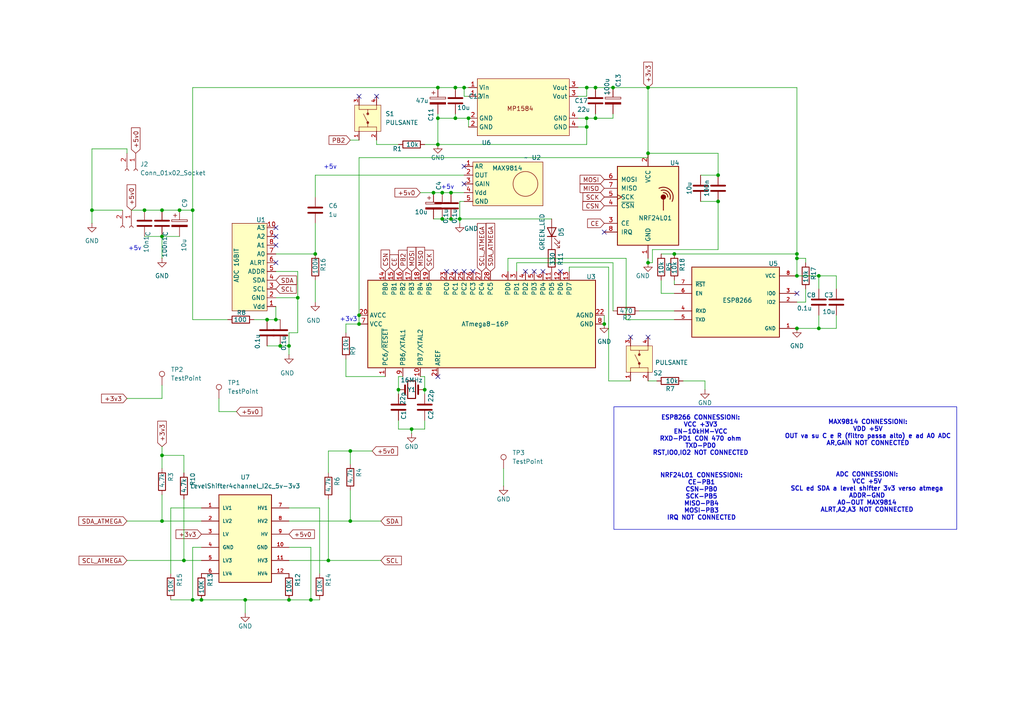
<source format=kicad_sch>
(kicad_sch (version 20250114) (generator "eeschema") (generator_version "9.0")
  (paper "A4")
  (title_block (title "Telecomando robot") (date "2025-04-10") (rev "1.0.0") (company "Personale"))
  (lib_symbols
    (symbol "Analog_ADC:ADC-16bit"
      (property "Reference" "U" (at -8.128 7.62 0))
      (symbol "ADC-16bit_1_1"
        (pin bidirectional line (at -7.62 -6.35 90) (length 2.54) (name "Vdd") (number "1"))
        (pin bidirectional line (at -5.08 -6.35 90) (length 2.54) (name "GND") (number "2"))
        (pin bidirectional line (at -2.54 -6.35 90) (length 2.54) (name "SCL") (number "3"))
        (pin bidirectional line (at 0 -6.35 90) (length 2.54) (name "SDA") (number "4"))
        (pin bidirectional line (at 2.54 -6.35 90) (length 2.54) (name "ADDR") (number "5"))
        (pin bidirectional line (at 5.08 -6.35 90) (length 2.54) (name "ALRT") (number "6"))
        (pin bidirectional line (at 7.62 -6.35 90) (length 2.54) (name "A0") (number "7"))
        (pin bidirectional line (at 10.16 -6.35 90) (length 2.54) (name "A1") (number "8"))
        (pin bidirectional line (at 12.7 -6.35 90) (length 2.54) (name "A2") (number "9"))
        (pin bidirectional line (at 15.24 -6.35 90) (length 2.54) (name "A3") (number "10"))
      )
    )
    (symbol "Connector:Conn_01x02_Socket" (pin_names (offset 1.016) (hide yes))
      (property "Reference" "J" (at 0 2.54 0))
      (property "Value" "Conn_01x02_Socket" (at 0 -5.08 0))
      (symbol "Conn_01x02_Socket_1_1"
        (pin passive line (at -5.08 0 0) (length 3.81) (name "Pin_1") (number "1"))
        (pin passive line (at -5.08 -2.54 0) (length 3.81) (name "Pin_2") (number "2"))
      )
    )
    (symbol "Connector:TestPoint" (pin_numbers (hide yes)) (pin_names (offset 0.762) (hide yes))
      (property "Reference" "TP" (at 0 6.858 0))
      (property "Value" "TestPoint" (at 0 5.08 0))
      (symbol "TestPoint_1_1"
        (pin passive line (at 0 0 90) (length 2.54) (name "1") (number "1"))
      )
    )
    (symbol "Device:C" (pin_numbers (hide yes)) (pin_names (offset 0.254))
      (property "Reference" "C" (at 0.635 2.54 0))
      (property "Value" "C" (at 0.635 -2.54 0))
      (symbol "C_1_1"
        (pin passive line (at 0 3.81 270) (length 2.794) (name "~") (number "1"))
        (pin passive line (at 0 -3.81 90) (length 2.794) (name "~") (number "2"))
      )
    )
    (symbol "Device:C_Polarized" (pin_numbers (hide yes)) (pin_names (offset 0.254))
      (property "Reference" "C" (at 0.635 2.54 0))
      (property "Value" "C_Polarized" (at 0.635 -2.54 0))
      (symbol "C_Polarized_1_1"
        (pin passive line (at 0 3.81 270) (length 2.794) (name "~") (number "1"))
        (pin passive line (at 0 -3.81 90) (length 2.794) (name "~") (number "2"))
      )
    )
    (symbol "Device:Crystal" (pin_numbers (hide yes)) (pin_names (offset 1.016) (hide yes))
      (property "Reference" "Y" (at 0 3.81 0))
      (property "Value" "Crystal" (at 0 -3.81 0))
      (symbol "Crystal_1_1"
        (pin passive line (at -3.81 0 0) (length 1.27) (name "1") (number "1"))
        (pin passive line (at 3.81 0 180) (length 1.27) (name "2") (number "2"))
      )
    )
    (symbol "Device:LED" (pin_numbers (hide yes)) (pin_names (offset 1.016) (hide yes))
      (property "Reference" "D" (at 0 2.54 0))
      (property "Value" "LED" (at 0 -2.54 0))
      (symbol "LED_1_1"
        (pin passive line (at -3.81 0 0) (length 2.54) (name "K") (number "1"))
        (pin passive line (at 3.81 0 180) (length 2.54) (name "A") (number "2"))
      )
    )
    (symbol "Device:R" (pin_numbers (hide yes)) (pin_names (offset 0))
      (property "Reference" "R" (at 2.032 0 90))
      (property "Value" "R" (at 0 0 90))
      (symbol "R_1_1"
        (pin passive line (at 0 3.81 270) (length 1.27) (name "~") (number "1"))
        (pin passive line (at 0 -3.81 90) (length 1.27) (name "~") (number "2"))
      )
    )
    (symbol "Libreria_Personale:LevelShifter4channel_I2c_5v-3v3" (pin_names (offset 1.016))
      (property "Reference" "U" (at -7.62 13.462 0))
      (property "Value" "LevelShifter4channel_I2c_5v-3v3" (at -7.62 -15.24 0))
      (symbol "LevelShifter4channel_I2c_5v-3v3_1_0"
        (pin passive line (at -12.7 8.89 0) (length 5.08) (name "LV1") (number "1"))
        (pin passive line (at -12.7 5.08 0) (length 5.08) (name "LV2") (number "2"))
        (pin passive line (at -12.7 1.27 0) (length 5.08) (name "LV") (number "3"))
        (pin passive line (at -12.7 -2.54 0) (length 5.08) (name "GND") (number "4"))
        (pin passive line (at -12.7 -6.35 0) (length 5.08) (name "LV3") (number "5"))
        (pin passive line (at -12.7 -10.16 0) (length 5.08) (name "LV4") (number "6"))
        (pin power_in line (at 12.7 8.89 180) (length 5.08) (name "HV1") (number "7"))
        (pin power_in line (at 12.7 5.08 180) (length 5.08) (name "HV2") (number "8"))
        (pin passive line (at 12.7 1.27 180) (length 5.08) (name "HV") (number "9"))
        (pin power_in line (at 12.7 -2.54 180) (length 5.08) (name "GND") (number "10"))
        (pin passive line (at 12.7 -6.35 180) (length 5.08) (name "HV3") (number "11"))
        (pin power_in line (at 12.7 -10.16 180) (length 5.08) (name "HV4") (number "12"))
      )
    )
    (symbol "MCU_Microchip_ATmega:ATmega8-16P"
      (property "Reference" "U" (at -12.7 34.29 0))
      (property "Value" "ATmega8-16P" (at 5.08 -34.29 0))
      (symbol "ATmega8-16P_1_1"
        (pin bidirectional line (at -15.24 27.94 0) (length 2.54) (name "PC6/~{RESET}") (number "1"))
        (pin bidirectional line (at -15.24 22.86 0) (length 2.54) (name "PB6/XTAL1") (number "9"))
        (pin bidirectional line (at -15.24 17.78 0) (length 2.54) (name "PB7/XTAL2") (number "10"))
        (pin passive line (at -15.24 12.7 0) (length 2.54) (name "AREF") (number "21"))
        (pin power_in line (at 0 35.56 270) (length 2.54) (name "VCC") (number "7"))
        (pin power_in line (at 0 -35.56 90) (length 2.54) (name "GND") (number "8"))
        (pin power_in line (at 2.54 35.56 270) (length 2.54) (name "AVCC") (number "20"))
        (pin power_in line (at 2.54 -35.56 90) (length 2.54) (name "AGND") (number "22"))
        (pin bidirectional line (at 15.24 27.94 180) (length 2.54) (name "PB0") (number "14"))
        (pin bidirectional line (at 15.24 25.4 180) (length 2.54) (name "PB1") (number "15"))
        (pin bidirectional line (at 15.24 22.86 180) (length 2.54) (name "PB2") (number "16"))
        (pin bidirectional line (at 15.24 20.32 180) (length 2.54) (name "PB3") (number "17"))
        (pin bidirectional line (at 15.24 17.78 180) (length 2.54) (name "PB4") (number "18"))
        (pin bidirectional line (at 15.24 15.24 180) (length 2.54) (name "PB5") (number "19"))
        (pin bidirectional line (at 15.24 10.16 180) (length 2.54) (name "PC0") (number "23"))
        (pin bidirectional line (at 15.24 7.62 180) (length 2.54) (name "PC1") (number "24"))
        (pin bidirectional line (at 15.24 5.08 180) (length 2.54) (name "PC2") (number "25"))
        (pin bidirectional line (at 15.24 2.54 180) (length 2.54) (name "PC3") (number "26"))
        (pin bidirectional line (at 15.24 0 180) (length 2.54) (name "PC4") (number "27"))
        (pin bidirectional line (at 15.24 -2.54 180) (length 2.54) (name "PC5") (number "28"))
        (pin bidirectional line (at 15.24 -7.62 180) (length 2.54) (name "PD0") (number "2"))
        (pin bidirectional line (at 15.24 -10.16 180) (length 2.54) (name "PD1") (number "3"))
        (pin bidirectional line (at 15.24 -12.7 180) (length 2.54) (name "PD2") (number "4"))
        (pin bidirectional line (at 15.24 -15.24 180) (length 2.54) (name "PD3") (number "5"))
        (pin bidirectional line (at 15.24 -17.78 180) (length 2.54) (name "PD4") (number "6"))
        (pin bidirectional line (at 15.24 -20.32 180) (length 2.54) (name "PD5") (number "11"))
        (pin bidirectional line (at 15.24 -22.86 180) (length 2.54) (name "PD6") (number "12"))
        (pin bidirectional line (at 15.24 -25.4 180) (length 2.54) (name "PD7") (number "13"))
      )
    )
    (symbol "MP1584_2"
      (property "Reference" "U1" (at -16.256 7.874 0))
      (symbol "MP1584_2_1_1"
        (text "MP1584" (at -1.524 -1.524 0) (effects (font (size 1.27 1.27))))
        (pin power_in line (at -16.51 3.81 0) (length 2.54) (name "GND") (number "2"))
        (pin power_in line (at -16.51 1.27 0) (length 2.54) (name "GND") (number "2"))
        (pin power_in line (at -16.51 -5.08 0) (length 2.54) (name "Vin") (number "1"))
        (pin power_in line (at -16.51 -7.62 0) (length 2.54) (name "Vin") (number "1"))
        (pin power_in line (at 15.24 3.81 180) (length 2.54) (name "GND") (number "4"))
        (pin power_in line (at 15.24 1.27 180) (length 2.54) (name "GND") (number "4"))
        (pin power_out line (at 15.24 -5.08 180) (length 2.54) (name "Vout") (number "3"))
        (pin power_out line (at 15.24 -7.62 180) (length 2.54) (name "Vout") (number "3"))
      )
    )
    (symbol "Personale:FSM8JH" (pin_names (offset 1.016))
      (property "Reference" "S" (at -4.3222 4.068 0))
      (property "Value" "FSM8JH" (at -4.0644 -5.3346 0))
      (symbol "FSM8JH_0_0"
        (pin passive line (at -6.35 2.54 0) (length 2.54) (name "~") (number "1"))
        (pin passive line (at -6.35 -2.54 0) (length 2.54) (name "~") (number "2"))
        (pin passive line (at 6.35 2.54 180) (length 2.54) (name "~") (number "3"))
        (pin passive line (at 6.35 -2.54 180) (length 2.54) (name "~") (number "4"))
      )
    )
    (symbol "RF:NRF24L01_Breakout" (pin_names (offset 1.016))
      (property "Reference" "U" (at -8.89 12.7 0))
      (property "Value" "NRF24L01_Breakout" (at 3.81 12.7 0))
      (symbol "NRF24L01_Breakout_1_1"
        (pin input line (at -12.7 7.62 0) (length 3.81) (name "MOSI") (number "6"))
        (pin output line (at -12.7 5.08 0) (length 3.81) (name "MISO") (number "7"))
        (pin input clock (at -12.7 2.54 0) (length 3.81) (name "SCK") (number "5"))
        (pin input line (at -12.7 0 0) (length 3.81) (name "~{CSN}") (number "4"))
        (pin input line (at -12.7 -5.08 0) (length 3.81) (name "CE") (number "3"))
        (pin output line (at -12.7 -7.62 0) (length 3.81) (name "IRQ") (number "8"))
        (pin power_in line (at 0 15.24 270) (length 3.81) (name "VCC") (number "2"))
        (pin power_in line (at 0 -15.24 90) (length 3.81) (name "GND") (number "1"))
      )
    )
    (symbol "RF_Module:ESP8266" (pin_names (offset 1.016))
      (property "Reference" "U" (at -12.7094 10.6778 0))
      (property "Value" "ESP8266" (at -12.7131 -12.7131 0))
      (symbol "ESP8266_0_0"
        (pin input line (at -17.78 5.08 0) (length 5.08) (name "~{RST}") (number "7"))
        (pin input line (at -17.78 2.54 0) (length 5.08) (name "EN") (number "6"))
        (pin input line (at -17.78 -2.54 0) (length 5.08) (name "RXD") (number "4"))
        (pin output line (at -17.78 -5.08 0) (length 5.08) (name "TXD") (number "5"))
        (pin power_in line (at 17.78 7.62 180) (length 5.08) (name "VCC") (number "8"))
        (pin bidirectional line (at 17.78 2.54 180) (length 5.08) (name "IO0") (number "3"))
        (pin bidirectional line (at 17.78 0 180) (length 5.08) (name "IO2") (number "2"))
        (pin power_in line (at 17.78 -7.62 180) (length 5.08) (name "GND") (number "1"))
      )
    )
    (symbol "Sensor_Audio:MAX9814"
      (property "Reference" "U" (at -3.302 3.302 0))
      (symbol "MAX9814_1_1"
        (pin bidirectional line (at -1.27 -10.16 90) (length 2.54) (name "AR") (number "1"))
        (pin bidirectional line (at 1.27 -10.16 90) (length 2.54) (name "OUT") (number "2"))
        (pin bidirectional line (at 3.81 -10.16 90) (length 2.54) (name "GAIN") (number "3"))
        (pin bidirectional line (at 6.35 -10.16 90) (length 2.54) (name "Vdd") (number "4"))
        (pin bidirectional line (at 8.89 -10.16 90) (length 2.54) (name "GND") (number "5"))
      )
    )
    (symbol "power:GND" (power) (pin_numbers (hide yes)) (pin_names (offset 0) (hide yes))
      (property "Value" "GND" (at 0 -3.81 0))
      (symbol "GND_1_1"
        (pin power_in line (at 0 0 270) (length 0) (name "~") (number "1"))
      )
    )
  )
  (rectangle (start 178.054 117.983) (end 277.495 153.543))
  (text "+5v" (at 39.116 72.136 0) (effects (font (size 1.27 1.27))))
  (text "+5v" (at 95.758 48.514 0) (effects (font (size 1.27 1.27))))
  (text "ESP8266 CONNESSIONI:\nVCC +3V3\nEN-10kHM-VCC\nRXD-PD1 CON 470 ohm\nTXD-PD0\nRST,IO0,IO2 NOT CONNECTED" (at 203.2 126.365 0) (effects (font (size 1.27 1.27) (thickness 0.254) (bold yes))))
  (text "ADC CONNESSIONI:\nVCC +5V\nSCL ed SDA a level shifter 3v3 verso atmega\nADDR-GND\nA0-OUT MAX9814\nALRT,A2,A3 NOT CONNECTED" (at 251.46 142.875 0) (effects (font (size 1.27 1.27) (thickness 0.254) (bold yes))))
  (text "NRF24L01 CONNESSIONI:\nCE-PB1\nCSN-PB0\nSCK-PB5\nMISO-PB4\nMOSI-PB3\nIRQ NOT CONNECTED" (at 203.454 144.145 0) (effects (font (size 1.27 1.27) (thickness 0.254) (bold yes))))
  (text "+3v3" (at 101.092 92.71 0) (effects (font (size 1.27 1.27))))
  (text "MAX9814 CONNESSIONI:\nVDD +5V\nOUT va su C e R (filtro passa alto) e ad A0 ADC\nAR,GAIN NOT CONNECTED" (at 251.714 125.603 0) (effects (font (size 1.27 1.27) (thickness 0.254) (bold yes))))
  (text "+5v" (at 129.794 54.356 0) (effects (font (size 1.27 1.27))))
  (junction (at 128.27 63.5))
  (junction (at 55.88 173.99))
  (junction (at 86.36 86.36))
  (junction (at 46.99 68.58))
  (junction (at 46.99 132.08))
  (junction (at 170.18 25.4))
  (junction (at 46.99 151.13))
  (junction (at 83.82 173.99))
  (junction (at 125.73 55.88))
  (junction (at 231.14 95.25))
  (junction (at 208.28 50.8))
  (junction (at 132.08 25.4))
  (junction (at 123.19 113.03))
  (junction (at 177.8 25.4))
  (junction (at 130.81 63.5))
  (junction (at 231.14 73.66))
  (junction (at 119.38 124.46))
  (junction (at 208.28 58.42))
  (junction (at 46.99 60.96))
  (junction (at 135.89 34.29))
  (junction (at 91.44 73.66))
  (junction (at 81.28 100.33))
  (junction (at 101.6 130.81))
  (junction (at 80.01 92.71))
  (junction (at 127 34.29))
  (junction (at 52.07 60.96))
  (junction (at 231.14 80.01))
  (junction (at 172.72 25.4))
  (junction (at 172.72 34.29))
  (junction (at 90.17 173.99))
  (junction (at 77.47 92.71))
  (junction (at 231.14 74.93))
  (junction (at 95.25 162.56))
  (junction (at 130.81 55.88))
  (junction (at 104.14 91.44))
  (junction (at 101.6 151.13))
  (junction (at 187.96 25.4))
  (junction (at 58.42 173.99))
  (junction (at 41.91 60.96))
  (junction (at 53.34 162.56))
  (junction (at 55.88 60.96))
  (junction (at 83.82 100.33))
  (junction (at 71.12 173.99))
  (junction (at 134.62 25.4))
  (junction (at 170.18 34.29))
  (junction (at 26.67 60.96))
  (junction (at 127 25.4))
  (junction (at 127 41.91))
  (junction (at 195.58 73.66))
  (junction (at 237.49 80.01))
  (junction (at 170.18 36.83))
  (junction (at 104.14 93.98))
  (junction (at 133.35 63.5))
  (junction (at 187.96 76.2))
  (junction (at 187.96 44.45))
  (junction (at 237.49 95.25))
  (junction (at 132.08 34.29))
  (junction (at 115.57 113.03))
  (junction (at 175.26 93.98))
  (junction (at 128.27 55.88))
  (no_connect (at 175.26 67.31))
  (no_connect (at 134.62 48.26))
  (no_connect (at 80.01 66.04))
  (no_connect (at 154.94 78.74))
  (no_connect (at 162.56 78.74))
  (no_connect (at 134.62 53.34))
  (no_connect (at 182.88 97.79))
  (no_connect (at 104.14 27.94))
  (no_connect (at 109.22 27.94))
  (no_connect (at 80.01 76.2))
  (no_connect (at 80.01 71.12))
  (no_connect (at 134.62 78.74))
  (no_connect (at 157.48 78.74))
  (no_connect (at 152.4 78.74))
  (no_connect (at 129.54 78.74))
  (no_connect (at 187.96 97.79))
  (no_connect (at 80.01 68.58))
  (no_connect (at 127 109.22))
  (no_connect (at 132.08 78.74))
  (no_connect (at 231.14 85.09))
  (no_connect (at 137.16 78.74))
  (wire (pts (xy 46.99 68.58) (xy 52.07 68.58)))
  (wire (pts (xy 107.95 130.81) (xy 101.6 130.81)))
  (wire (pts (xy 121.92 55.88) (xy 125.73 55.88)))
  (wire (pts (xy 172.72 25.4) (xy 177.8 25.4)))
  (wire (pts (xy 80.01 86.36) (xy 86.36 86.36)))
  (wire (pts (xy 80.01 92.71) (xy 80.01 88.9)))
  (wire (pts (xy 36.83 43.18) (xy 26.67 43.18)))
  (wire (pts (xy 133.35 63.5) (xy 133.35 64.77)))
  (wire (pts (xy 49.53 147.32) (xy 58.42 147.32)))
  (wire (pts (xy 127 34.29) (xy 132.08 34.29)))
  (wire (pts (xy 147.32 74.93) (xy 147.32 78.74)))
  (wire (pts (xy 123.19 113.03) (xy 123.19 109.22)))
  (wire (pts (xy 46.99 60.96) (xy 52.07 60.96)))
  (wire (pts (xy 110.49 162.56) (xy 95.25 162.56)))
  (wire (pts (xy 26.67 60.96) (xy 26.67 64.77)))
  (wire (pts (xy 237.49 95.25) (xy 231.14 95.25)))
  (wire (pts (xy 90.17 158.75) (xy 90.17 173.99)))
  (wire (pts (xy 95.25 137.16) (xy 95.25 130.81)))
  (wire (pts (xy 149.86 76.2) (xy 149.86 78.74)))
  (wire (pts (xy 181.61 92.71) (xy 181.61 74.93)))
  (wire (pts (xy 187.96 45.72) (xy 187.96 44.45)))
  (wire (pts (xy 130.81 55.88) (xy 134.62 55.88)))
  (wire (pts (xy 198.12 110.49) (xy 204.47 110.49)))
  (wire (pts (xy 170.18 36.83) (xy 170.18 41.91)))
  (wire (pts (xy 191.77 85.09) (xy 195.58 85.09)))
  (wire (pts (xy 233.68 76.2) (xy 233.68 74.93)))
  (wire (pts (xy 203.2 50.8) (xy 208.28 50.8)))
  (wire (pts (xy 134.62 58.42) (xy 133.35 58.42)))
  (wire (pts (xy 195.58 81.28) (xy 195.58 82.55)))
  (wire (pts (xy 242.57 83.82) (xy 242.57 80.01)))
  (wire (pts (xy 53.34 137.16) (xy 53.34 132.08)))
  (wire (pts (xy 55.88 92.71) (xy 66.04 92.71)))
  (wire (pts (xy 109.22 41.91) (xy 115.57 41.91)))
  (wire (pts (xy 195.58 73.66) (xy 231.14 73.66)))
  (wire (pts (xy 189.23 76.2) (xy 189.23 72.39)))
  (wire (pts (xy 101.6 40.64) (xy 104.14 40.64)))
  (wire (pts (xy 111.76 109.22) (xy 100.33 109.22)))
  (wire (pts (xy 63.5 119.38) (xy 68.58 119.38)))
  (wire (pts (xy 176.53 77.47) (xy 165.1 77.47)))
  (wire (pts (xy 86.36 78.74) (xy 86.36 86.36)))
  (wire (pts (xy 242.57 95.25) (xy 237.49 95.25)))
  (wire (pts (xy 77.47 100.33) (xy 81.28 100.33)))
  (wire (pts (xy 128.27 55.88) (xy 130.81 55.88)))
  (wire (pts (xy 41.91 60.96) (xy 46.99 60.96)))
  (wire (pts (xy 187.96 110.49) (xy 190.5 110.49)))
  (wire (pts (xy 167.64 34.29) (xy 170.18 34.29)))
  (wire (pts (xy 90.17 173.99) (xy 83.82 173.99)))
  (wire (pts (xy 167.64 27.94) (xy 170.18 27.94)))
  (wire (pts (xy 132.08 25.4) (xy 134.62 25.4)))
  (wire (pts (xy 195.58 92.71) (xy 181.61 92.71)))
  (wire (pts (xy 127 34.29) (xy 127 41.91)))
  (wire (pts (xy 123.19 41.91) (xy 127 41.91)))
  (wire (pts (xy 204.47 110.49) (xy 204.47 113.03)))
  (wire (pts (xy 101.6 151.13) (xy 83.82 151.13)))
  (wire (pts (xy 73.66 92.71) (xy 77.47 92.71)))
  (wire (pts (xy 187.96 76.2) (xy 187.96 74.93)))
  (wire (pts (xy 80.01 92.71) (xy 81.28 92.71)))
  (wire (pts (xy 83.82 96.52) (xy 86.36 96.52)))
  (wire (pts (xy 149.86 76.2) (xy 177.8 76.2)))
  (wire (pts (xy 109.22 40.64) (xy 109.22 41.91)))
  (wire (pts (xy 115.57 109.22) (xy 116.84 109.22)))
  (wire (pts (xy 119.38 124.46) (xy 115.57 124.46)))
  (wire (pts (xy 170.18 27.94) (xy 170.18 25.4)))
  (wire (pts (xy 49.53 147.32) (xy 49.53 166.37)))
  (wire (pts (xy 191.77 73.66) (xy 195.58 73.66)))
  (wire (pts (xy 172.72 34.29) (xy 172.72 33.02)))
  (wire (pts (xy 185.42 90.17) (xy 195.58 90.17)))
  (wire (pts (xy 104.14 45.72) (xy 104.14 91.44)))
  (wire (pts (xy 104.14 93.98) (xy 100.33 93.98)))
  (wire (pts (xy 53.34 144.78) (xy 53.34 162.56)))
  (wire (pts (xy 177.8 90.17) (xy 177.8 76.2)))
  (wire (pts (xy 55.88 25.4) (xy 127 25.4)))
  (wire (pts (xy 46.99 132.08) (xy 46.99 135.89)))
  (wire (pts (xy 115.57 121.92) (xy 115.57 124.46)))
  (wire (pts (xy 101.6 142.24) (xy 101.6 151.13)))
  (wire (pts (xy 237.49 91.44) (xy 237.49 95.25)))
  (wire (pts (xy 237.49 80.01) (xy 237.49 83.82)))
  (wire (pts (xy 242.57 80.01) (xy 237.49 80.01)))
  (wire (pts (xy 36.83 44.45) (xy 36.83 43.18)))
  (wire (pts (xy 130.81 63.5) (xy 133.35 63.5)))
  (wire (pts (xy 134.62 25.4) (xy 135.89 25.4)))
  (wire (pts (xy 91.44 50.8) (xy 91.44 57.15)))
  (wire (pts (xy 123.19 109.22) (xy 121.92 109.22)))
  (wire (pts (xy 36.83 162.56) (xy 53.34 162.56)))
  (wire (pts (xy 86.36 86.36) (xy 86.36 96.52)))
  (wire (pts (xy 46.99 151.13) (xy 36.83 151.13)))
  (wire (pts (xy 170.18 34.29) (xy 170.18 36.83)))
  (wire (pts (xy 71.12 173.99) (xy 71.12 177.8)))
  (wire (pts (xy 176.53 77.47) (xy 176.53 110.49)))
  (wire (pts (xy 95.25 162.56) (xy 83.82 162.56)))
  (wire (pts (xy 231.14 80.01) (xy 237.49 80.01)))
  (wire (pts (xy 233.68 74.93) (xy 231.14 74.93)))
  (wire (pts (xy 26.67 60.96) (xy 35.56 60.96)))
  (wire (pts (xy 187.96 25.4) (xy 231.14 25.4)))
  (wire (pts (xy 187.96 25.4) (xy 187.96 44.45)))
  (wire (pts (xy 181.61 74.93) (xy 147.32 74.93)))
  (wire (pts (xy 101.6 151.13) (xy 110.49 151.13)))
  (wire (pts (xy 63.5 115.57) (xy 63.5 119.38)))
  (wire (pts (xy 58.42 173.99) (xy 71.12 173.99)))
  (wire (pts (xy 127 25.4) (xy 132.08 25.4)))
  (wire (pts (xy 83.82 100.33) (xy 83.82 102.87)))
  (wire (pts (xy 46.99 115.57) (xy 46.99 111.76)))
  (wire (pts (xy 83.82 147.32) (xy 92.71 147.32)))
  (wire (pts (xy 58.42 158.75) (xy 55.88 158.75)))
  (wire (pts (xy 55.88 60.96) (xy 52.07 60.96)))
  (wire (pts (xy 176.53 110.49) (xy 182.88 110.49)))
  (wire (pts (xy 135.89 34.29) (xy 135.89 36.83)))
  (wire (pts (xy 170.18 34.29) (xy 172.72 34.29)))
  (wire (pts (xy 81.28 100.33) (xy 83.82 100.33)))
  (wire (pts (xy 83.82 96.52) (xy 83.82 100.33)))
  (wire (pts (xy 177.8 34.29) (xy 177.8 33.02)))
  (wire (pts (xy 101.6 130.81) (xy 101.6 134.62)))
  (wire (pts (xy 41.91 60.96) (xy 38.1 60.96)))
  (wire (pts (xy 133.35 58.42) (xy 133.35 63.5)))
  (wire (pts (xy 92.71 173.99) (xy 90.17 173.99)))
  (wire (pts (xy 125.73 55.88) (xy 128.27 55.88)))
  (wire (pts (xy 170.18 41.91) (xy 127 41.91)))
  (wire (pts (xy 95.25 130.81) (xy 101.6 130.81)))
  (wire (pts (xy 53.34 132.08) (xy 46.99 132.08)))
  (wire (pts (xy 231.14 73.66) (xy 231.14 25.4)))
  (wire (pts (xy 55.88 60.96) (xy 55.88 92.71)))
  (wire (pts (xy 189.23 72.39) (xy 208.28 72.39)))
  (wire (pts (xy 55.88 173.99) (xy 49.53 173.99)))
  (wire (pts (xy 80.01 73.66) (xy 91.44 73.66)))
  (wire (pts (xy 165.1 77.47) (xy 165.1 78.74)))
  (wire (pts (xy 53.34 162.56) (xy 58.42 162.56)))
  (wire (pts (xy 233.68 83.82) (xy 233.68 87.63)))
  (wire (pts (xy 80.01 78.74) (xy 86.36 78.74)))
  (wire (pts (xy 134.62 27.94) (xy 134.62 25.4)))
  (wire (pts (xy 123.19 113.03) (xy 123.19 114.3)))
  (wire (pts (xy 167.64 25.4) (xy 170.18 25.4)))
  (wire (pts (xy 177.8 25.4) (xy 187.96 25.4)))
  (wire (pts (xy 125.73 63.5) (xy 128.27 63.5)))
  (wire (pts (xy 132.08 34.29) (xy 135.89 34.29)))
  (wire (pts (xy 191.77 81.28) (xy 191.77 85.09)))
  (wire (pts (xy 128.27 63.5) (xy 130.81 63.5)))
  (wire (pts (xy 146.05 135.89) (xy 146.05 140.97)))
  (wire (pts (xy 187.96 45.72) (xy 104.14 45.72)))
  (wire (pts (xy 208.28 72.39) (xy 208.28 58.42)))
  (wire (pts (xy 95.25 144.78) (xy 95.25 162.56)))
  (wire (pts (xy 123.19 124.46) (xy 119.38 124.46)))
  (wire (pts (xy 127 33.02) (xy 127 34.29)))
  (wire (pts (xy 233.68 87.63) (xy 231.14 87.63)))
  (wire (pts (xy 92.71 147.32) (xy 92.71 166.37)))
  (wire (pts (xy 55.88 158.75) (xy 55.88 173.99)))
  (wire (pts (xy 100.33 109.22) (xy 100.33 104.14)))
  (wire (pts (xy 77.47 92.71) (xy 80.01 92.71)))
  (wire (pts (xy 133.35 63.5) (xy 160.02 63.5)))
  (wire (pts (xy 46.99 143.51) (xy 46.99 151.13)))
  (wire (pts (xy 55.88 60.96) (xy 55.88 25.4)))
  (wire (pts (xy 132.08 33.02) (xy 132.08 34.29)))
  (wire (pts (xy 83.82 158.75) (xy 90.17 158.75)))
  (wire (pts (xy 203.2 58.42) (xy 208.28 58.42)))
  (wire (pts (xy 175.26 91.44) (xy 175.26 93.98)))
  (wire (pts (xy 91.44 81.28) (xy 91.44 87.63)))
  (wire (pts (xy 115.57 113.03) (xy 115.57 109.22)))
  (wire (pts (xy 104.14 91.44) (xy 104.14 93.98)))
  (wire (pts (xy 41.91 68.58) (xy 46.99 68.58)))
  (wire (pts (xy 55.88 173.99) (xy 58.42 173.99)))
  (wire (pts (xy 91.44 50.8) (xy 134.62 50.8)))
  (wire (pts (xy 115.57 113.03) (xy 115.57 114.3)))
  (wire (pts (xy 100.33 93.98) (xy 100.33 96.52)))
  (wire (pts (xy 119.38 124.46) (xy 119.38 125.73)))
  (wire (pts (xy 172.72 34.29) (xy 177.8 34.29)))
  (wire (pts (xy 135.89 27.94) (xy 134.62 27.94)))
  (wire (pts (xy 187.96 44.45) (xy 208.28 44.45)))
  (wire (pts (xy 231.14 74.93) (xy 231.14 80.01)))
  (wire (pts (xy 36.83 115.57) (xy 46.99 115.57)))
  (wire (pts (xy 231.14 73.66) (xy 231.14 74.93)))
  (wire (pts (xy 208.28 44.45) (xy 208.28 50.8)))
  (wire (pts (xy 26.67 43.18) (xy 26.67 60.96)))
  (wire (pts (xy 170.18 25.4) (xy 172.72 25.4)))
  (wire (pts (xy 187.96 76.2) (xy 189.23 76.2)))
  (wire (pts (xy 91.44 73.66) (xy 91.44 64.77)))
  (wire (pts (xy 167.64 36.83) (xy 170.18 36.83)))
  (wire (pts (xy 242.57 91.44) (xy 242.57 95.25)))
  (wire (pts (xy 58.42 151.13) (xy 46.99 151.13)))
  (wire (pts (xy 46.99 129.54) (xy 46.99 132.08)))
  (wire (pts (xy 83.82 173.99) (xy 71.12 173.99)))
  (wire (pts (xy 123.19 121.92) (xy 123.19 124.46)))
  (wire (pts (xy 46.99 68.58) (xy 46.99 74.93)))
  (global_label "SDA_ATMEGA" (shape input) (at 142.24 78.74 90) (property "Intersheetrefs" "${INTERSHEET_REFS}" (effects (hide yes))))
  (global_label "CSN" (shape input) (at 111.76 78.74 90) (property "Intersheetrefs" "${INTERSHEET_REFS}" (effects (hide yes))))
  (global_label "SCK" (shape input) (at 175.26 57.15 180) (property "Intersheetrefs" "${INTERSHEET_REFS}" (effects (hide yes))))
  (global_label "SDA_ATMEGA" (shape input) (at 36.83 151.13 180) (property "Intersheetrefs" "${INTERSHEET_REFS}" (effects (hide yes))))
  (global_label "+5v0" (shape input) (at 121.92 55.88 180) (property "Intersheetrefs" "${INTERSHEET_REFS}" (effects (hide yes))))
  (global_label "SCL_ATMEGA" (shape input) (at 139.7 78.74 90) (property "Intersheetrefs" "${INTERSHEET_REFS}" (effects (hide yes))))
  (global_label "CE" (shape input) (at 114.3 78.74 90) (property "Intersheetrefs" "${INTERSHEET_REFS}" (effects (hide yes))))
  (global_label "+5v0" (shape input) (at 38.1 60.96 90) (property "Intersheetrefs" "${INTERSHEET_REFS}" (effects (hide yes))))
  (global_label "+5v0" (shape input) (at 39.37 44.45 90) (property "Intersheetrefs" "${INTERSHEET_REFS}" (effects (hide yes))))
  (global_label "CSN" (shape input) (at 175.26 59.69 180) (property "Intersheetrefs" "${INTERSHEET_REFS}" (effects (hide yes))))
  (global_label "SDA" (shape input) (at 80.01 81.28 0) (property "Intersheetrefs" "${INTERSHEET_REFS}" (effects (hide yes))))
  (global_label "+5v0" (shape input) (at 83.82 154.94 0) (property "Intersheetrefs" "${INTERSHEET_REFS}" (effects (hide yes))))
  (global_label "SCL" (shape input) (at 80.01 83.82 0) (property "Intersheetrefs" "${INTERSHEET_REFS}" (effects (hide yes))))
  (global_label "PB2" (shape input) (at 116.84 78.74 90) (property "Intersheetrefs" "${INTERSHEET_REFS}" (effects (hide yes))))
  (global_label "MOSI" (shape input) (at 175.26 52.07 180) (property "Intersheetrefs" "${INTERSHEET_REFS}" (effects (hide yes))))
  (global_label "SCK" (shape input) (at 124.46 78.74 90) (property "Intersheetrefs" "${INTERSHEET_REFS}" (effects (hide yes))))
  (global_label "CE" (shape input) (at 175.26 64.77 180) (property "Intersheetrefs" "${INTERSHEET_REFS}" (effects (hide yes))))
  (global_label "MISO" (shape input) (at 175.26 54.61 180) (property "Intersheetrefs" "${INTERSHEET_REFS}" (effects (hide yes))))
  (global_label "MOSI" (shape input) (at 119.38 78.74 90) (property "Intersheetrefs" "${INTERSHEET_REFS}" (effects (hide yes))))
  (global_label "+3v3" (shape input) (at 187.96 25.4 90) (property "Intersheetrefs" "${INTERSHEET_REFS}" (effects (hide yes))))
  (global_label "SCL_ATMEGA" (shape input) (at 36.83 162.56 180) (property "Intersheetrefs" "${INTERSHEET_REFS}" (effects (hide yes))))
  (global_label "MISO" (shape input) (at 121.92 78.74 90) (property "Intersheetrefs" "${INTERSHEET_REFS}" (effects (hide yes))))
  (global_label "PB2" (shape input) (at 101.6 40.64 180) (property "Intersheetrefs" "${INTERSHEET_REFS}" (effects (hide yes))))
  (global_label "SCL" (shape input) (at 110.49 162.56 0) (property "Intersheetrefs" "${INTERSHEET_REFS}" (effects (hide yes))))
  (global_label "+3v3" (shape input) (at 58.42 154.94 180) (property "Intersheetrefs" "${INTERSHEET_REFS}" (effects (hide yes))))
  (global_label "SDA" (shape input) (at 110.49 151.13 0) (property "Intersheetrefs" "${INTERSHEET_REFS}" (effects (hide yes))))
  (global_label "+3v3" (shape input) (at 46.99 129.54 90) (property "Intersheetrefs" "${INTERSHEET_REFS}" (effects (hide yes))))
  (global_label "+3v3" (shape input) (at 36.83 115.57 180) (property "Intersheetrefs" "${INTERSHEET_REFS}" (effects (hide yes))))
  (global_label "+5v0" (shape input) (at 107.95 130.81 0) (property "Intersheetrefs" "${INTERSHEET_REFS}" (effects (hide yes))))
  (global_label "+5v0" (shape input) (at 68.58 119.38 0) (property "Intersheetrefs" "${INTERSHEET_REFS}" (effects (hide yes))))
  (symbol (lib_id "Device:C") (at 46.99 64.77 0) (unit 1)
    (property "Reference" "100n1" (at 47.752 71.628 90))
    (property "Value" "C" (at 48.006 67.818 90))
    (property "Footprint" "Capacitor_THT:C_Disc_D5.0mm_W2.5mm_P5.00mm" (effects (hide yes)))
    (property "Description" "Unpolarized capacitor" (effects (hide yes)))
  )
  (symbol (lib_id "Device:C_Polarized") (at 127 29.21 0) (unit 1)
    (property "Reference" "C11" (at 124.968 33.274 90))
    (property "Value" "47u" (at 122.428 29.21 0))
    (property "Footprint" "Capacitor_THT:CP_Radial_D6.3mm_P2.50mm" (effects (hide yes)))
    (property "Description" "Polarized capacitor" (effects (hide yes)))
  )
  (symbol (lib_id "Device:C_Polarized") (at 52.07 64.77 0) (unit 1)
    (property "Reference" "C9" (at 53.594 58.928 90))
    (property "Value" "10u" (at 53.34 71.12 90))
    (property "Footprint" "Capacitor_THT:CP_Radial_D6.3mm_P2.50mm" (effects (hide yes)))
    (property "Description" "Polarized capacitor" (effects (hide yes)))
  )
  (symbol (lib_id "Device:R") (at 100.33 100.33 0) (unit 1)
    (property "Reference" "R9" (at 102.362 103.124 90) (effects (justify left)))
    (property "Value" "10k" (at 100.33 101.854 90) (effects (justify left)))
    (property "Footprint" "Resistor_THT:R_Axial_DIN0204_L3.6mm_D1.6mm_P7.62mm_Horizontal" (effects (hide yes)))
    (property "Description" "Resistor" (effects (hide yes)))
  )
  (symbol (lib_id "Device:C") (at 242.57 87.63 180) (unit 1)
    (property "Reference" "C3" (at 239.014 85.598 0) (effects (justify right)))
    (property "Value" "10u" (at 238.506 90.424 0) (effects (justify right)))
    (property "Footprint" "Capacitor_THT:C_Disc_D5.0mm_W2.5mm_P5.00mm" (effects (hide yes)))
    (property "Description" "Unpolarized capacitor" (effects (hide yes)))
  )
  (symbol (lib_id "Device:C") (at 130.81 59.69 0) (unit 1)
    (property "Reference" "100nF4" (effects (hide yes)))
    (property "Value" "0.1u" (at 131.826 62.738 90))
    (property "Footprint" "Capacitor_THT:C_Disc_D5.0mm_W2.5mm_P5.00mm" (effects (hide yes)))
    (property "Description" "Unpolarized capacitor" (effects (hide yes)))
  )
  (symbol (lib_id "Connector:TestPoint") (at 146.05 135.89 0) (unit 1)
    (property "Reference" "TP3" (at 148.59 131.3179 0) (effects (justify left)))
    (property "Value" "TestPoint" (at 148.59 133.8579 0) (effects (justify left)))
    (property "Footprint" "TestPoint:TestPoint_Pad_D1.5mm" (effects (hide yes)))
    (property "Description" "test point" (effects (hide yes)))
  )
  (symbol (lib_id "power:GND") (at 146.05 140.97 0) (unit 1)
    (property "Reference" "#PWR05" (effects (hide yes)))
    (property "Value" "GND" (at 146.05 144.78 0))
    (property "Description" "Power symbol creates a global label with name \"GND\" , ground" (effects (hide yes)))
  )
  (symbol (lib_id "Personale:FSM8JH") (at 106.68 34.29 90) (unit 1)
    (property "Reference" "S1" (at 111.76 33.0199 90) (effects (justify right)))
    (property "Value" "PULSANTE" (at 111.76 35.5599 90) (effects (justify right)))
    (property "Footprint" "Personale:BUTTON" (effects (hide yes)))
    (property "MF" "TE Connectivity" (effects (hide yes)))
    (property "Description_1" "\n                        \n                            Switch,Pushbutton,Tactile,SPST,Thru Hole,Vertical,6MM,Black | TE Connectivity FSM8JH\n                        \n" (effects (hide yes)))
    (property "Package" "None" (effects (hide yes)))
    (property "Price" "None" (effects (hide yes)))
    (property "Check_prices" "https://www.snapeda.com/parts/FSM8JH/TE+Connectivity+ALCOSWITCH+Switches/view-part/?ref=eda" (effects (hide yes)))
    (property "STANDARD" "MANUFACTURER RECOMMENDATIONS" (effects (hide yes)))
    (property "PARTREV" "C10" (effects (hide yes)))
    (property "SnapEDA_Link" "https://www.snapeda.com/parts/FSM8JH/TE+Connectivity+ALCOSWITCH+Switches/view-part/?ref=snap" (effects (hide yes)))
    (property "MP" "FSM8JH" (effects (hide yes)))
    (property "Availability" "In Stock" (effects (hide yes)))
    (property "MANUFACTURER" "TE CONNECTIVITY" (effects (hide yes)))
  )
  (symbol (lib_id "Analog_ADC:ADC-16bit") (at 73.66 81.28 90) (unit 1)
    (property "Reference" "U1" (at 75.692 63.754 90))
    (property "Value" "ADC 16BIT" (at 68.58 76.962 0))
    (property "Footprint" "Connector_PinHeader_2.54mm:PinHeader_1x10_P2.54mm_Vertical" (effects (hide yes)))
  )
  (symbol (lib_id "Connector:Conn_01x02_Socket") (at 38.1 66.04 270) (unit 1)
    (property "Reference" "J1" (effects (hide yes)))
    (property "Value" "Conn_01x02_Socket" (effects (hide yes)))
    (property "Footprint" "Connector_Molex:Molex_KK-254_AE-6410-02A_1x02_P2.54mm_Vertical" (effects (hide yes)))
    (property "Description" "Generic connector, single row, 01x02, script generated" (effects (hide yes)))
  )
  (symbol (lib_id "power:GND") (at 91.44 87.63 0) (unit 1)
    (property "Reference" "#PWR07" (effects (hide yes)))
    (property "Value" "GND" (at 90.932 92.964 0))
    (property "Description" "Power symbol creates a global label with name \"GND\" , ground" (effects (hide yes)))
  )
  (symbol (lib_id "Device:R") (at 49.53 170.18 0) (mirror y) (unit 1)
    (property "Reference" "R15" (at 52.07 170.18 90) (effects (justify left)))
    (property "Value" "10K" (at 49.53 171.958 90) (effects (justify left)))
    (property "Footprint" "Resistor_THT:R_Axial_DIN0204_L3.6mm_D1.6mm_P7.62mm_Horizontal" (effects (hide yes)))
    (property "Description" "Resistor" (effects (hide yes)))
  )
  (symbol (lib_id "power:GND") (at 231.14 95.25 0) (unit 1)
    (property "Reference" "#PWR06" (effects (hide yes)))
    (property "Value" "GND" (at 231.14 100.33 0))
    (property "Description" "Power symbol creates a global label with name \"GND\" , ground" (effects (hide yes)))
  )
  (symbol (lib_id "Device:R") (at 46.99 139.7 0) (mirror y) (unit 1)
    (property "Reference" "R3" (at 49.53 139.7 90) (effects (justify left)))
    (property "Value" "4.7k" (at 46.99 141.478 90) (effects (justify left)))
    (property "Footprint" "Resistor_THT:R_Axial_DIN0204_L3.6mm_D1.6mm_P7.62mm_Horizontal" (effects (hide yes)))
    (property "Description" "Resistor" (effects (hide yes)))
  )
  (symbol (lib_id "power:GND") (at 83.82 102.87 0) (unit 1)
    (property "Reference" "#PWR09" (effects (hide yes)))
    (property "Value" "GND" (at 83.312 108.204 0))
    (property "Description" "Power symbol creates a global label with name \"GND\" , ground" (effects (hide yes)))
  )
  (symbol (lib_id "Device:R") (at 58.42 170.18 0) (mirror y) (unit 1)
    (property "Reference" "R13" (at 60.96 170.18 90) (effects (justify left)))
    (property "Value" "10K" (at 58.42 172.212 90) (effects (justify left)))
    (property "Footprint" "Resistor_THT:R_Axial_DIN0204_L3.6mm_D1.6mm_P7.62mm_Horizontal" (effects (hide yes)))
    (property "Description" "Resistor" (effects (hide yes)))
  )
  (symbol (lib_id "Device:R") (at 53.34 140.97 0) (mirror y) (unit 1)
    (property "Reference" "R10" (at 55.88 140.97 90) (effects (justify left)))
    (property "Value" "4.7k" (at 53.34 143.002 90) (effects (justify left)))
    (property "Footprint" "Resistor_THT:R_Axial_DIN0204_L3.6mm_D1.6mm_P7.62mm_Horizontal" (effects (hide yes)))
    (property "Description" "Resistor" (effects (hide yes)))
  )
  (symbol (lib_id "Device:C") (at 172.72 29.21 180) (unit 1)
    (property "Reference" "C17" (at 166.624 29.21 0) (effects (justify right)))
    (property "Value" "22u" (at 167.386 31.75 0) (effects (justify right)))
    (property "Footprint" "Capacitor_THT:C_Disc_D5.0mm_W2.5mm_P5.00mm" (effects (hide yes)))
    (property "Description" "Unpolarized capacitor" (effects (hide yes)))
  )
  (symbol (lib_id "RF:NRF24L01_Breakout") (at 187.96 59.69 0) (unit 1)
    (property "Reference" "U4" (at 194.31 47.244 0) (effects (justify left)))
    (property "Value" "NRF24L01" (at 185.166 63.246 0) (effects (justify left)))
    (property "Footprint" "Personale:NRF24L01Module" (effects (hide yes)))
    (property "Datasheet" "http://www.nordicsemi.com/eng/content/download/2730/34105/file/nRF24L01_Product_Specification_v2_0.pdf" (effects (hide yes)))
    (property "Description" "Ultra low power 2.4GHz RF Transceiver, Carrier PCB" (effects (hide yes)))
  )
  (symbol (lib_id "Device:R") (at 181.61 90.17 90) (unit 1)
    (property "Reference" "R2" (at 181.864 92.202 90))
    (property "Value" "470" (at 181.61 90.17 90))
    (property "Footprint" "Resistor_THT:R_Axial_DIN0204_L3.6mm_D1.6mm_P7.62mm_Horizontal" (effects (hide yes)))
    (property "Description" "Resistor" (effects (hide yes)))
  )
  (symbol (lib_id "Connector:TestPoint") (at 63.5 115.57 0) (unit 1)
    (property "Reference" "TP1" (at 66.04 110.9979 0) (effects (justify left)))
    (property "Value" "TestPoint" (at 66.04 113.5379 0) (effects (justify left)))
    (property "Footprint" "TestPoint:TestPoint_Pad_D1.5mm" (effects (hide yes)))
    (property "Description" "test point" (effects (hide yes)))
  )
  (symbol (lib_id "power:GND") (at 26.67 64.77 0) (unit 1)
    (property "Reference" "#PWR016" (effects (hide yes)))
    (property "Value" "GND" (at 26.67 69.85 0))
    (property "Description" "Power symbol creates a global label with name \"GND\" , ground" (effects (hide yes)))
  )
  (symbol (lib_id "Device:R") (at 95.25 140.97 0) (mirror y) (unit 1)
    (property "Reference" "R6" (at 97.79 140.97 90) (effects (justify left)))
    (property "Value" "4.7k" (at 95.25 142.748 90) (effects (justify left)))
    (property "Footprint" "Resistor_THT:R_Axial_DIN0204_L3.6mm_D1.6mm_P7.62mm_Horizontal" (effects (hide yes)))
    (property "Description" "Resistor" (effects (hide yes)))
  )
  (symbol (lib_id "Device:R") (at 233.68 80.01 0) (unit 1)
    (property "Reference" "R17" (at 235.966 81.28 90) (effects (justify left)))
    (property "Value" "10k" (at 233.68 82.042 90) (effects (justify left)))
    (property "Footprint" "Resistor_THT:R_Axial_DIN0204_L3.6mm_D1.6mm_P7.62mm_Horizontal" (effects (hide yes)))
    (property "Description" "Resistor" (effects (hide yes)))
  )
  (symbol (lib_id "Device:C") (at 123.19 118.11 180) (unit 1)
    (property "Reference" "C2" (at 124.968 120.396 90))
    (property "Value" "22p" (at 124.968 114.808 90))
    (property "Footprint" "Capacitor_THT:C_Disc_D5.0mm_W2.5mm_P5.00mm" (effects (hide yes)))
    (property "Description" "Unpolarized capacitor" (effects (hide yes)))
  )
  (symbol (lib_id "power:GND") (at 133.35 64.77 0) (unit 1)
    (property "Reference" "#PWR08" (effects (hide yes)))
    (property "Value" "GND" (at 136.652 66.294 0))
    (property "Description" "Power symbol creates a global label with name \"GND\" , ground" (effects (hide yes)))
  )
  (symbol (lib_id "Device:C_Polarized") (at 177.8 29.21 0) (unit 1)
    (property "Reference" "C13" (at 179.324 23.368 90))
    (property "Value" "100u" (at 176.022 25.146 90))
    (property "Footprint" "Capacitor_THT:CP_Radial_D6.3mm_P2.50mm" (effects (hide yes)))
    (property "Description" "Polarized capacitor" (effects (hide yes)))
  )
  (symbol (lib_id "Device:C") (at 208.28 54.61 0) (unit 1)
    (property "Reference" "C16" (effects (hide yes)))
    (property "Value" "100n" (at 204.978 54.61 90))
    (property "Footprint" "Capacitor_THT:C_Disc_D5.0mm_W2.5mm_P5.00mm" (effects (hide yes)))
    (property "Description" "Unpolarized capacitor" (effects (hide yes)))
  )
  (symbol (lib_id "MCU_Microchip_ATmega:ATmega8-16P") (at 139.7 93.98 90) (unit 1)
    (property "Reference" "U3" (at 171.45 80.264 90))
    (property "Value" "ATmega8-16P" (at 140.716 93.98 90))
    (property "Footprint" "Package_DIP:DIP-28_W7.62mm" (effects (hide yes)))
    (property "Datasheet" "http://ww1.microchip.com/downloads/en/DeviceDoc/atmel-2486-8-bit-avr-microcontroller-atmega8_l_datasheet.pdf" (effects (hide yes)))
    (property "Description" "16MHz, 8kB Flash, 1kB SRAM, 512B EEPROM, DIP-28" (effects (hide yes)))
  )
  (symbol (lib_id "Connector:Conn_01x02_Socket") (at 39.37 49.53 270) (unit 1)
    (property "Reference" "J2" (at 40.64 47.6249 90) (effects (justify left)))
    (property "Value" "Conn_01x02_Socket" (at 40.64 50.1649 90) (effects (justify left)))
    (property "Footprint" "Connector_TE-Connectivity:TE_826576-2_1x02_P3.96mm_Vertical" (effects (hide yes)))
    (property "Description" "Generic connector, single row, 01x02, script generated" (effects (hide yes)))
  )
  (symbol (lib_id "power:GND") (at 187.96 76.2 0) (unit 1)
    (property "Reference" "#PWR04" (effects (hide yes)))
    (property "Value" "GND" (at 186.436 80.01 0))
    (property "Description" "Power symbol creates a global label with name \"GND\" , ground" (effects (hide yes)))
  )
  (symbol (lib_id "Device:C") (at 91.44 60.96 180) (unit 1)
    (property "Reference" "C6" (at 95.25 59.6899 0) (effects (justify right)))
    (property "Value" "1u" (at 95.25 62.2299 0) (effects (justify right)))
    (property "Footprint" "Capacitor_THT:C_Disc_D5.0mm_W2.5mm_P5.00mm" (effects (hide yes)))
    (property "Description" "Unpolarized capacitor" (effects (hide yes)))
  )
  (symbol (lib_id "Device:C") (at 115.57 118.11 0) (unit 1)
    (property "Reference" "C1" (at 117.094 120.396 90))
    (property "Value" "22p" (at 116.84 115.57 90))
    (property "Footprint" "Capacitor_THT:C_Disc_D5.0mm_W2.5mm_P5.00mm" (effects (hide yes)))
    (property "Description" "Unpolarized capacitor" (effects (hide yes)))
  )
  (symbol (lib_id "Device:C") (at 203.2 54.61 0) (unit 1)
    (property "Reference" "C14" (effects (hide yes)))
    (property "Value" "10u" (at 199.898 54.61 90))
    (property "Footprint" "Capacitor_THT:C_Disc_D5.0mm_W2.5mm_P5.00mm" (effects (hide yes)))
    (property "Description" "Unpolarized capacitor" (effects (hide yes)))
  )
  (symbol (lib_id "Sensor_Audio:MAX9814") (at 144.78 49.53 270) (unit 1)
    (property "Reference" "U2" (at 154.178 45.72 90) (effects (justify left)))
    (property "Value" "MAX9814" (at 142.748 48.768 90) (effects (justify left)))
    (property "Footprint" "Connector_PinHeader_2.54mm:PinHeader_1x05_P2.54mm_Vertical" (effects (hide yes)))
  )
  (symbol (lib_id "Device:R") (at 194.31 110.49 270) (unit 1)
    (property "Reference" "R7" (at 193.04 112.776 90) (effects (justify left)))
    (property "Value" "10k" (at 193.04 110.49 90) (effects (justify left)))
    (property "Footprint" "Resistor_THT:R_Axial_DIN0204_L3.6mm_D1.6mm_P7.62mm_Horizontal" (effects (hide yes)))
    (property "Description" "Resistor" (effects (hide yes)))
  )
  (symbol (lib_id "Device:C_Polarized") (at 125.73 59.69 0) (unit 1)
    (property "Reference" "C4" (at 127.254 53.848 90))
    (property "Value" "10u" (at 122.174 61.468 0))
    (property "Footprint" "Capacitor_THT:CP_Radial_D6.3mm_P2.50mm" (effects (hide yes)))
    (property "Description" "Polarized capacitor" (effects (hide yes)))
  )
  (symbol (lib_id "Libreria_Personale:LevelShifter4channel_I2c_5v-3v3") (at 71.12 156.21 0) (unit 1)
    (property "Reference" "U7" (at 71.12 138.43 0))
    (property "Value" "LevelShifter4channel_I2c_5v-3v3" (at 71.12 140.97 0))
    (property "Footprint" "LIB_Personale:I2C_LevelShifter 4-channel" (effects (hide yes)))
    (property "MF" "Adafruit" (effects (hide yes)))
    (property "Description_1" "4-channel I2C-safe Bi-directional Logic Level Converter - BSS138" (effects (hide yes)))
    (property "Package" "None" (effects (hide yes)))
    (property "Price" "None" (effects (hide yes)))
    (property "Check_prices" "https://www.snapeda.com/parts/757/Adafruit+Industries/view-part/?ref=eda" (effects (hide yes)))
    (property "STANDARD" "Manufacturer Recommendations" (effects (hide yes)))
    (property "PARTREV" "N/A" (effects (hide yes)))
    (property "SnapEDA_Link" "https://www.snapeda.com/parts/757/Adafruit+Industries/view-part/?ref=snap" (effects (hide yes)))
    (property "MP" "757" (effects (hide yes)))
    (property "Availability" "In Stock" (effects (hide yes)))
    (property "MANUFACTURER" "Adafruit" (effects (hide yes)))
  )
  (symbol (lib_id "power:GND") (at 119.38 125.73 0) (unit 1)
    (property "Reference" "#PWR010" (effects (hide yes)))
    (property "Value" "GND" (at 119.38 129.54 0))
    (property "Description" "Power symbol creates a global label with name \"GND\" , ground" (effects (hide yes)))
  )
  (symbol (lib_id "Device:C") (at 41.91 64.77 0) (unit 1)
    (property "Reference" "10n1" (at 42.418 70.866 90))
    (property "Value" "C" (at 42.926 67.818 90))
    (property "Footprint" "Capacitor_THT:C_Disc_D5.0mm_W2.5mm_P5.00mm" (effects (hide yes)))
    (property "Description" "Unpolarized capacitor" (effects (hide yes)))
  )
  (symbol (lib_id "power:GND") (at 204.47 113.03 0) (mirror y) (unit 1)
    (property "Reference" "#PWR012" (effects (hide yes)))
    (property "Value" "GND" (at 204.47 116.84 0))
    (property "Description" "Power symbol creates a global label with name \"GND\" , ground" (effects (hide yes)))
  )
  (symbol (lib_id "power:GND") (at 46.99 74.93 0) (unit 1)
    (property "Reference" "#PWR011" (effects (hide yes)))
    (property "Value" "GND" (at 46.99 80.01 0))
    (property "Description" "Power symbol creates a global label with name \"GND\" , ground" (effects (hide yes)))
  )
  (symbol (lib_id "power:GND") (at 127 41.91 0) (unit 1)
    (property "Reference" "#PWR03" (effects (hide yes)))
    (property "Value" "GND" (at 127 45.72 0))
    (property "Description" "Power symbol creates a global label with name \"GND\" , ground" (effects (hide yes)))
  )
  (symbol (lib_id "Device:C") (at 132.08 29.21 180) (unit 1)
    (property "Reference" "C12" (at 135.89 27.9399 0) (effects (justify right)))
    (property "Value" "10u" (at 132.588 31.242 0) (effects (justify right)))
    (property "Footprint" "Capacitor_THT:C_Disc_D5.0mm_W2.5mm_P5.00mm" (effects (hide yes)))
    (property "Description" "Unpolarized capacitor" (effects (hide yes)))
  )
  (symbol (lib_id "power:GND") (at 71.12 177.8 0) (mirror y) (unit 1)
    (property "Reference" "#PWR01" (effects (hide yes)))
    (property "Value" "GND" (at 71.12 181.61 0))
    (property "Description" "Power symbol creates a global label with name \"GND\" , ground" (effects (hide yes)))
  )
  (symbol (lib_id "Device:Crystal") (at 119.38 113.03 0) (unit 1)
    (property "Reference" "Y1" (at 119.38 113.03 0))
    (property "Value" "16MHz" (at 119.38 110.236 0))
    (property "Footprint" "Crystal:Crystal_HC18-U_Vertical" (effects (hide yes)))
    (property "Description" "Two pin crystal" (effects (hide yes)))
  )
  (symbol (lib_id "Device:R") (at 91.44 77.47 0) (unit 1)
    (property "Reference" "R16" (at 93.726 78.74 90) (effects (justify left)))
    (property "Value" "100k" (at 91.44 79.502 90) (effects (justify left)))
    (property "Footprint" "Resistor_THT:R_Axial_DIN0204_L3.6mm_D1.6mm_P7.62mm_Horizontal" (effects (hide yes)))
    (property "Description" "Resistor" (effects (hide yes)))
  )
  (symbol (lib_id "power:GND") (at 175.26 93.98 0) (unit 1)
    (property "Reference" "#PWR02" (effects (hide yes)))
    (property "Value" "GND" (at 175.26 99.06 0))
    (property "Description" "Power symbol creates a global label with name \"GND\" , ground" (effects (hide yes)))
  )
  (symbol (lib_id "Device:C") (at 81.28 96.52 0) (unit 1)
    (property "Reference" "100nF1" (effects (hide yes)))
    (property "Value" "0.1u" (at 82.296 99.568 90))
    (property "Footprint" "Capacitor_THT:C_Disc_D5.0mm_W2.5mm_P5.00mm" (effects (hide yes)))
    (property "Description" "Unpolarized capacitor" (effects (hide yes)))
  )
  (symbol (lib_id "Connector:TestPoint") (at 46.99 111.76 0) (unit 1)
    (property "Reference" "TP2" (at 49.53 107.1879 0) (effects (justify left)))
    (property "Value" "TestPoint" (at 49.53 109.7279 0) (effects (justify left)))
    (property "Footprint" "TestPoint:TestPoint_Pad_D1.5mm" (effects (hide yes)))
    (property "Description" "test point" (effects (hide yes)))
  )
  (symbol (lib_id "Device:R") (at 119.38 41.91 90) (unit 1)
    (property "Reference" "R1" (at 116.586 43.18 90) (effects (justify left)))
    (property "Value" "10k" (at 121.412 41.91 90) (effects (justify left)))
    (property "Footprint" "Resistor_THT:R_Axial_DIN0204_L3.6mm_D1.6mm_P7.62mm_Horizontal" (effects (hide yes)))
    (property "Description" "Resistor" (effects (hide yes)))
  )
  (symbol (lib_id "Personale:FSM8JH") (at 185.42 104.14 90) (unit 1)
    (property "Reference" "S2" (at 189.484 108.204 90) (effects (justify right)))
    (property "Value" "PULSANTE" (at 189.992 105.156 90) (effects (justify right)))
    (property "Footprint" "Personale:BUTTON" (effects (hide yes)))
    (property "MF" "TE Connectivity" (effects (hide yes)))
    (property "Description_1" "\n                        \n                            Switch,Pushbutton,Tactile,SPST,Thru Hole,Vertical,6MM,Black | TE Connectivity FSM8JH\n                        \n" (effects (hide yes)))
    (property "Package" "None" (effects (hide yes)))
    (property "Price" "None" (effects (hide yes)))
    (property "Check_prices" "https://www.snapeda.com/parts/FSM8JH/TE+Connectivity+ALCOSWITCH+Switches/view-part/?ref=eda" (effects (hide yes)))
    (property "STANDARD" "MANUFACTURER RECOMMENDATIONS" (effects (hide yes)))
    (property "PARTREV" "C10" (effects (hide yes)))
    (property "SnapEDA_Link" "https://www.snapeda.com/parts/FSM8JH/TE+Connectivity+ALCOSWITCH+Switches/view-part/?ref=snap" (effects (hide yes)))
    (property "MP" "FSM8JH" (effects (hide yes)))
    (property "Availability" "In Stock" (effects (hide yes)))
    (property "MANUFACTURER" "TE CONNECTIVITY" (effects (hide yes)))
  )
  (symbol (lib_id "Device:R") (at 191.77 77.47 0) (unit 1)
    (property "Reference" "R5" (at 194.056 78.74 90) (effects (justify left)))
    (property "Value" "10k" (at 191.77 79.502 90) (effects (justify left)))
    (property "Footprint" "Resistor_THT:R_Axial_DIN0204_L3.6mm_D1.6mm_P7.62mm_Horizontal" (effects (hide yes)))
    (property "Description" "Resistor" (effects (hide yes)))
  )
  (symbol (lib_id "RF_Module:ESP8266") (at 213.36 87.63 0) (unit 1)
    (property "Reference" "U5" (at 224.282 76.454 0))
    (property "Value" "ESP8266" (at 213.868 87.122 0))
    (property "Footprint" "Personale:ESP8266" (effects (hide yes)))
    (property "MF" "AI-Thinker" (effects (hide yes)))
    (property "MAXIMUM_PACKAGE_HEIGHT" "11.2 mm" (effects (hide yes)))
    (property "Package" "Non-Standard AI-Thinker" (effects (hide yes)))
    (property "Price" "None" (effects (hide yes)))
    (property "Check_prices" "https://www.snapeda.com/parts/ESP8266-01/ESP-01/AI-Thinker/view-part/?ref=eda" (effects (hide yes)))
    (property "STANDARD" "Manufacturer recommendations or IPC 7351B" (effects (hide yes)))
    (property "PARTREV" "V1.2" (effects (hide yes)))
    (property "SnapEDA_Link" "https://www.snapeda.com/parts/ESP8266-01/ESP-01/AI-Thinker/view-part/?ref=snap" (effects (hide yes)))
    (property "MP" "ESP8266-01/ESP-01" (effects (hide yes)))
    (property "Description_1" "\n                        \n                            MakerFocus 4pcs ESP8266 ESP-01 Serial Wireless WiFi Transceiver Receiver Module 1MB SPI Flash DC3.0-3.6V Internet of Things WiFi Module Board Compatible with Ar duino\n                        \n" (effects (hide yes)))
    (property "Availability" "Not in stock" (effects (hide yes)))
    (property "MANUFACTURER" "AI-Thinker" (effects (hide yes)))
  )
  (symbol (lib_id "Device:C") (at 77.47 96.52 0) (unit 1)
    (property "Reference" "100nF2" (effects (hide yes)))
    (property "Value" "0.1u" (at 74.676 99.06 90))
    (property "Footprint" "Capacitor_THT:C_Disc_D5.0mm_W2.5mm_P5.00mm" (effects (hide yes)))
    (property "Description" "Unpolarized capacitor" (effects (hide yes)))
  )
  (symbol (lib_id "Device:R") (at 83.82 170.18 0) (mirror y) (unit 1)
    (property "Reference" "R12" (at 86.36 170.18 90) (effects (justify left)))
    (property "Value" "10K" (at 83.82 171.958 90) (effects (justify left)))
    (property "Footprint" "Resistor_THT:R_Axial_DIN0204_L3.6mm_D1.6mm_P7.62mm_Horizontal" (effects (hide yes)))
    (property "Description" "Resistor" (effects (hide yes)))
  )
  (symbol (lib_id "Device:R") (at 101.6 138.43 0) (mirror y) (unit 1)
    (property "Reference" "R4" (at 104.14 138.43 90) (effects (justify left)))
    (property "Value" "4.7k" (at 101.6 140.208 90) (effects (justify left)))
    (property "Footprint" "Resistor_THT:R_Axial_DIN0204_L3.6mm_D1.6mm_P7.62mm_Horizontal" (effects (hide yes)))
    (property "Description" "Resistor" (effects (hide yes)))
  )
  (symbol (lib_id "Device:R") (at 92.71 170.18 0) (mirror y) (unit 1)
    (property "Reference" "R14" (at 95.25 170.18 90) (effects (justify left)))
    (property "Value" "10K" (at 92.71 171.958 90) (effects (justify left)))
    (property "Footprint" "Resistor_THT:R_Axial_DIN0204_L3.6mm_D1.6mm_P7.62mm_Horizontal" (effects (hide yes)))
    (property "Description" "Resistor" (effects (hide yes)))
  )
  (symbol (lib_id "Device:LED") (at 160.02 67.31 90) (unit 1)
    (property "Reference" "D5" (at 162.814 67.31 0))
    (property "Value" "GREEN_LED" (at 157.226 67.31 0))
    (property "Footprint" "LED_THT:LED_D3.0mm" (effects (hide yes)))
    (property "Description" "Light emitting diode" (effects (hide yes)))
  )
  (symbol (lib_name "MP1584_2") (lib_id "PersonaleKicad:MP1584") (at 152.4 33.02 0) (mirror x) (unit 1)
    (property "Reference" "U6" (at 139.7 41.402 0) (effects (justify left)))
    (property "Value" "~" (at 152.0033 45.72 0) (effects (justify left)))
    (property "Footprint" "Converter_DCDC:MP1584" (effects (hide yes)))
  )
  (symbol (lib_id "Device:R") (at 160.02 74.93 180) (unit 1)
    (property "Reference" "R11" (at 162.56 73.152 90) (effects (justify left)))
    (property "Value" "330" (at 160.274 73.152 90) (effects (justify left)))
    (property "Footprint" "Resistor_THT:R_Axial_DIN0204_L3.6mm_D1.6mm_P7.62mm_Horizontal" (effects (hide yes)))
    (property "Description" "Resistor" (effects (hide yes)))
  )
  (symbol (lib_id "Device:C") (at 237.49 87.63 180) (unit 1)
    (property "Reference" "C8" (at 233.934 85.598 0) (effects (justify right)))
    (property "Value" "0.1u" (at 231.14 89.408 0) (effects (justify right)))
    (property "Footprint" "Capacitor_THT:C_Disc_D5.0mm_W2.5mm_P5.00mm" (effects (hide yes)))
    (property "Description" "Unpolarized capacitor" (effects (hide yes)))
  )
  (symbol (lib_id "Device:C") (at 128.27 59.69 0) (unit 1)
    (property "Reference" "100nF3" (effects (hide yes)))
    (property "Value" "0.1u" (at 129.286 62.738 90))
    (property "Footprint" "Capacitor_THT:C_Disc_D5.0mm_W2.5mm_P5.00mm" (effects (hide yes)))
    (property "Description" "Unpolarized capacitor" (effects (hide yes)))
  )
  (symbol (lib_id "Device:R") (at 195.58 77.47 0) (unit 1)
    (property "Reference" "R18" (at 197.866 78.74 90) (effects (justify left)))
    (property "Value" "10k" (at 195.58 79.502 90) (effects (justify left)))
    (property "Footprint" "Resistor_THT:R_Axial_DIN0204_L3.6mm_D1.6mm_P7.62mm_Horizontal" (effects (hide yes)))
    (property "Description" "Resistor" (effects (hide yes)))
  )
  (symbol (lib_id "Device:R") (at 69.85 92.71 90) (unit 1)
    (property "Reference" "R8" (at 71.374 90.678 90) (effects (justify left)))
    (property "Value" "100" (at 71.628 92.71 90) (effects (justify left)))
    (property "Footprint" "Resistor_THT:R_Axial_DIN0204_L3.6mm_D1.6mm_P7.62mm_Horizontal" (effects (hide yes)))
    (property "Description" "Resistor" (effects (hide yes)))
  )
)
</source>
